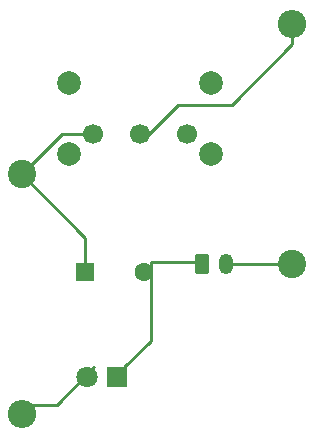
<source format=gbr>
%TF.GenerationSoftware,KiCad,Pcbnew,(6.0.10)*%
%TF.CreationDate,2023-02-17T12:11:47-08:00*%
%TF.ProjectId,lab4p1,6c616234-7031-42e6-9b69-6361645f7063,rev?*%
%TF.SameCoordinates,Original*%
%TF.FileFunction,Copper,L1,Top*%
%TF.FilePolarity,Positive*%
%FSLAX46Y46*%
G04 Gerber Fmt 4.6, Leading zero omitted, Abs format (unit mm)*
G04 Created by KiCad (PCBNEW (6.0.10)) date 2023-02-17 12:11:47*
%MOMM*%
%LPD*%
G01*
G04 APERTURE LIST*
G04 Aperture macros list*
%AMRoundRect*
0 Rectangle with rounded corners*
0 $1 Rounding radius*
0 $2 $3 $4 $5 $6 $7 $8 $9 X,Y pos of 4 corners*
0 Add a 4 corners polygon primitive as box body*
4,1,4,$2,$3,$4,$5,$6,$7,$8,$9,$2,$3,0*
0 Add four circle primitives for the rounded corners*
1,1,$1+$1,$2,$3*
1,1,$1+$1,$4,$5*
1,1,$1+$1,$6,$7*
1,1,$1+$1,$8,$9*
0 Add four rect primitives between the rounded corners*
20,1,$1+$1,$2,$3,$4,$5,0*
20,1,$1+$1,$4,$5,$6,$7,0*
20,1,$1+$1,$6,$7,$8,$9,0*
20,1,$1+$1,$8,$9,$2,$3,0*%
G04 Aperture macros list end*
%TA.AperFunction,ComponentPad*%
%ADD10C,2.400000*%
%TD*%
%TA.AperFunction,ComponentPad*%
%ADD11O,2.400000X2.400000*%
%TD*%
%TA.AperFunction,ComponentPad*%
%ADD12RoundRect,0.250000X-0.350000X-0.625000X0.350000X-0.625000X0.350000X0.625000X-0.350000X0.625000X0*%
%TD*%
%TA.AperFunction,ComponentPad*%
%ADD13O,1.200000X1.750000*%
%TD*%
%TA.AperFunction,ComponentPad*%
%ADD14R,1.800000X1.800000*%
%TD*%
%TA.AperFunction,ComponentPad*%
%ADD15C,1.800000*%
%TD*%
%TA.AperFunction,ComponentPad*%
%ADD16C,2.000000*%
%TD*%
%TA.AperFunction,ComponentPad*%
%ADD17C,1.700000*%
%TD*%
%TA.AperFunction,ComponentPad*%
%ADD18R,1.600000X1.600000*%
%TD*%
%TA.AperFunction,ComponentPad*%
%ADD19C,1.600000*%
%TD*%
%TA.AperFunction,Conductor*%
%ADD20C,0.250000*%
%TD*%
G04 APERTURE END LIST*
D10*
%TO.P,R1,1*%
%TO.N,Net-(C1-Pad1)*%
X111217500Y-66872500D03*
D11*
%TO.P,R1,2*%
%TO.N,Net-(D1-Pad2)*%
X111217500Y-87192500D03*
%TD*%
D10*
%TO.P,R2,1*%
%TO.N,Net-(J1-Pad2)*%
X134077500Y-74492500D03*
D11*
%TO.P,R2,2*%
%TO.N,Net-(R2-Pad2)*%
X134077500Y-54172500D03*
%TD*%
D12*
%TO.P,J1,1,Pin_1*%
%TO.N,Net-(C1-Pad2)*%
X126482500Y-74492500D03*
D13*
%TO.P,J1,2,Pin_2*%
%TO.N,Net-(J1-Pad2)*%
X128482500Y-74492500D03*
%TD*%
D14*
%TO.P,D1,1,K*%
%TO.N,Net-(C1-Pad2)*%
X119327516Y-84056746D03*
D15*
%TO.P,D1,2,A*%
%TO.N,Net-(D1-Pad2)*%
X116787516Y-84056746D03*
%TD*%
D16*
%TO.P,SW1,*%
%TO.N,*%
X127237500Y-59165000D03*
X115237500Y-59165000D03*
X127237500Y-65165000D03*
X115237500Y-65165000D03*
D17*
%TO.P,SW1,1,A*%
%TO.N,unconnected-(SW1-Pad1)*%
X125237500Y-63415000D03*
%TO.P,SW1,2,B*%
%TO.N,Net-(R2-Pad2)*%
X121237500Y-63415000D03*
%TO.P,SW1,3,C*%
%TO.N,Net-(C1-Pad1)*%
X117237500Y-63415000D03*
%TD*%
D18*
%TO.P,C1,1*%
%TO.N,Net-(C1-Pad1)*%
X116609509Y-75132500D03*
D19*
%TO.P,C1,2*%
%TO.N,Net-(C1-Pad2)*%
X121609509Y-75132500D03*
%TD*%
D20*
%TO.N,Net-(C1-Pad1)*%
X117237500Y-63415000D02*
X114675000Y-63415000D01*
X116609509Y-72264509D02*
X116609509Y-75132500D01*
X114675000Y-63415000D02*
X111217500Y-66872500D01*
X111217500Y-66872500D02*
X116609509Y-72264509D01*
%TO.N,Net-(C1-Pad2)*%
X126385000Y-74300000D02*
X122152009Y-74300000D01*
X122152009Y-74300000D02*
X122152009Y-80942253D01*
X122152009Y-80942253D02*
X119870016Y-83224246D01*
%TO.N,Net-(D1-Pad2)*%
X117330016Y-83224246D02*
X114194262Y-86360000D01*
X114194262Y-86360000D02*
X111760000Y-86360000D01*
%TO.N,Net-(J1-Pad2)*%
X128482500Y-74492500D02*
X134077500Y-74492500D01*
%TO.N,Net-(R2-Pad2)*%
X134077500Y-55869556D02*
X128987056Y-60960000D01*
X121920000Y-63500000D02*
X121322500Y-63500000D01*
X134077500Y-54172500D02*
X134077500Y-55869556D01*
X128987056Y-60960000D02*
X124460000Y-60960000D01*
X124460000Y-60960000D02*
X121920000Y-63500000D01*
X121322500Y-63500000D02*
X121237500Y-63415000D01*
%TD*%
M02*

</source>
